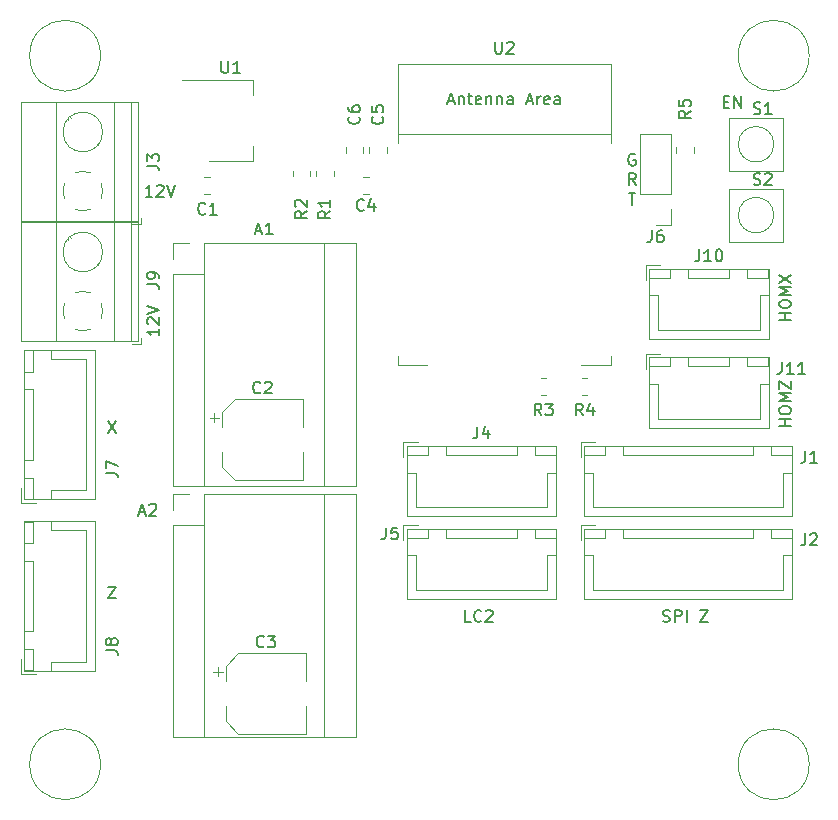
<source format=gto>
G04 #@! TF.GenerationSoftware,KiCad,Pcbnew,(5.1.9)-1*
G04 #@! TF.CreationDate,2022-01-22T14:39:00-06:00*
G04 #@! TF.ProjectId,MuscleRoller,4d757363-6c65-4526-9f6c-6c65722e6b69,rev?*
G04 #@! TF.SameCoordinates,Original*
G04 #@! TF.FileFunction,Legend,Top*
G04 #@! TF.FilePolarity,Positive*
%FSLAX46Y46*%
G04 Gerber Fmt 4.6, Leading zero omitted, Abs format (unit mm)*
G04 Created by KiCad (PCBNEW (5.1.9)-1) date 2022-01-22 14:39:00*
%MOMM*%
%LPD*%
G01*
G04 APERTURE LIST*
%ADD10C,0.150000*%
%ADD11C,0.120000*%
%ADD12R,1.050000X1.050000*%
%ADD13R,1.500000X0.900000*%
%ADD14R,0.900000X1.500000*%
%ADD15R,2.000000X1.500000*%
%ADD16R,2.000000X3.800000*%
%ADD17R,1.600000X1.400000*%
%ADD18O,1.700000X1.950000*%
%ADD19C,2.600000*%
%ADD20R,2.600000X2.600000*%
%ADD21O,1.950000X1.700000*%
%ADD22O,1.700000X1.700000*%
%ADD23R,1.700000X1.700000*%
%ADD24O,1.600000X1.600000*%
%ADD25R,1.600000X1.600000*%
G04 APERTURE END LIST*
D10*
X160761904Y-94850000D02*
X160666666Y-94802380D01*
X160523809Y-94802380D01*
X160380952Y-94850000D01*
X160285714Y-94945238D01*
X160238095Y-95040476D01*
X160190476Y-95230952D01*
X160190476Y-95373809D01*
X160238095Y-95564285D01*
X160285714Y-95659523D01*
X160380952Y-95754761D01*
X160523809Y-95802380D01*
X160619047Y-95802380D01*
X160761904Y-95754761D01*
X160809523Y-95707142D01*
X160809523Y-95373809D01*
X160619047Y-95373809D01*
X160809523Y-97452380D02*
X160476190Y-96976190D01*
X160238095Y-97452380D02*
X160238095Y-96452380D01*
X160619047Y-96452380D01*
X160714285Y-96500000D01*
X160761904Y-96547619D01*
X160809523Y-96642857D01*
X160809523Y-96785714D01*
X160761904Y-96880952D01*
X160714285Y-96928571D01*
X160619047Y-96976190D01*
X160238095Y-96976190D01*
X160214285Y-98102380D02*
X160785714Y-98102380D01*
X160500000Y-99102380D02*
X160500000Y-98102380D01*
X146833333Y-134452380D02*
X146357142Y-134452380D01*
X146357142Y-133452380D01*
X147738095Y-134357142D02*
X147690476Y-134404761D01*
X147547619Y-134452380D01*
X147452380Y-134452380D01*
X147309523Y-134404761D01*
X147214285Y-134309523D01*
X147166666Y-134214285D01*
X147119047Y-134023809D01*
X147119047Y-133880952D01*
X147166666Y-133690476D01*
X147214285Y-133595238D01*
X147309523Y-133500000D01*
X147452380Y-133452380D01*
X147547619Y-133452380D01*
X147690476Y-133500000D01*
X147738095Y-133547619D01*
X148119047Y-133547619D02*
X148166666Y-133500000D01*
X148261904Y-133452380D01*
X148500000Y-133452380D01*
X148595238Y-133500000D01*
X148642857Y-133547619D01*
X148690476Y-133642857D01*
X148690476Y-133738095D01*
X148642857Y-133880952D01*
X148071428Y-134452380D01*
X148690476Y-134452380D01*
X163119047Y-134404761D02*
X163261904Y-134452380D01*
X163500000Y-134452380D01*
X163595238Y-134404761D01*
X163642857Y-134357142D01*
X163690476Y-134261904D01*
X163690476Y-134166666D01*
X163642857Y-134071428D01*
X163595238Y-134023809D01*
X163500000Y-133976190D01*
X163309523Y-133928571D01*
X163214285Y-133880952D01*
X163166666Y-133833333D01*
X163119047Y-133738095D01*
X163119047Y-133642857D01*
X163166666Y-133547619D01*
X163214285Y-133500000D01*
X163309523Y-133452380D01*
X163547619Y-133452380D01*
X163690476Y-133500000D01*
X164119047Y-134452380D02*
X164119047Y-133452380D01*
X164500000Y-133452380D01*
X164595238Y-133500000D01*
X164642857Y-133547619D01*
X164690476Y-133642857D01*
X164690476Y-133785714D01*
X164642857Y-133880952D01*
X164595238Y-133928571D01*
X164500000Y-133976190D01*
X164119047Y-133976190D01*
X165119047Y-134452380D02*
X165119047Y-133452380D01*
X166261904Y-133452380D02*
X166928571Y-133452380D01*
X166261904Y-134452380D01*
X166928571Y-134452380D01*
X173952380Y-117857142D02*
X172952380Y-117857142D01*
X173428571Y-117857142D02*
X173428571Y-117285714D01*
X173952380Y-117285714D02*
X172952380Y-117285714D01*
X172952380Y-116619047D02*
X172952380Y-116428571D01*
X173000000Y-116333333D01*
X173095238Y-116238095D01*
X173285714Y-116190476D01*
X173619047Y-116190476D01*
X173809523Y-116238095D01*
X173904761Y-116333333D01*
X173952380Y-116428571D01*
X173952380Y-116619047D01*
X173904761Y-116714285D01*
X173809523Y-116809523D01*
X173619047Y-116857142D01*
X173285714Y-116857142D01*
X173095238Y-116809523D01*
X173000000Y-116714285D01*
X172952380Y-116619047D01*
X173952380Y-115761904D02*
X172952380Y-115761904D01*
X173666666Y-115428571D01*
X172952380Y-115095238D01*
X173952380Y-115095238D01*
X172952380Y-114714285D02*
X172952380Y-114047619D01*
X173952380Y-114714285D01*
X173952380Y-114047619D01*
X173952380Y-108857142D02*
X172952380Y-108857142D01*
X173428571Y-108857142D02*
X173428571Y-108285714D01*
X173952380Y-108285714D02*
X172952380Y-108285714D01*
X172952380Y-107619047D02*
X172952380Y-107428571D01*
X173000000Y-107333333D01*
X173095238Y-107238095D01*
X173285714Y-107190476D01*
X173619047Y-107190476D01*
X173809523Y-107238095D01*
X173904761Y-107333333D01*
X173952380Y-107428571D01*
X173952380Y-107619047D01*
X173904761Y-107714285D01*
X173809523Y-107809523D01*
X173619047Y-107857142D01*
X173285714Y-107857142D01*
X173095238Y-107809523D01*
X173000000Y-107714285D01*
X172952380Y-107619047D01*
X173952380Y-106761904D02*
X172952380Y-106761904D01*
X173666666Y-106428571D01*
X172952380Y-106095238D01*
X173952380Y-106095238D01*
X172952380Y-105714285D02*
X173952380Y-105047619D01*
X172952380Y-105047619D02*
X173952380Y-105714285D01*
X168261904Y-90428571D02*
X168595238Y-90428571D01*
X168738095Y-90952380D02*
X168261904Y-90952380D01*
X168261904Y-89952380D01*
X168738095Y-89952380D01*
X169166666Y-90952380D02*
X169166666Y-89952380D01*
X169738095Y-90952380D01*
X169738095Y-89952380D01*
X120452380Y-109619047D02*
X120452380Y-110190476D01*
X120452380Y-109904761D02*
X119452380Y-109904761D01*
X119595238Y-110000000D01*
X119690476Y-110095238D01*
X119738095Y-110190476D01*
X119547619Y-109238095D02*
X119500000Y-109190476D01*
X119452380Y-109095238D01*
X119452380Y-108857142D01*
X119500000Y-108761904D01*
X119547619Y-108714285D01*
X119642857Y-108666666D01*
X119738095Y-108666666D01*
X119880952Y-108714285D01*
X120452380Y-109285714D01*
X120452380Y-108666666D01*
X119452380Y-108380952D02*
X120452380Y-108047619D01*
X119452380Y-107714285D01*
X119880952Y-98452380D02*
X119309523Y-98452380D01*
X119595238Y-98452380D02*
X119595238Y-97452380D01*
X119500000Y-97595238D01*
X119404761Y-97690476D01*
X119309523Y-97738095D01*
X120261904Y-97547619D02*
X120309523Y-97500000D01*
X120404761Y-97452380D01*
X120642857Y-97452380D01*
X120738095Y-97500000D01*
X120785714Y-97547619D01*
X120833333Y-97642857D01*
X120833333Y-97738095D01*
X120785714Y-97880952D01*
X120214285Y-98452380D01*
X120833333Y-98452380D01*
X121119047Y-97452380D02*
X121452380Y-98452380D01*
X121785714Y-97452380D01*
X116166666Y-131452380D02*
X116833333Y-131452380D01*
X116166666Y-132452380D01*
X116833333Y-132452380D01*
X116166666Y-117452380D02*
X116833333Y-118452380D01*
X116833333Y-117452380D02*
X116166666Y-118452380D01*
D11*
X175500000Y-146500000D02*
G75*
G03*
X175500000Y-146500000I-3000000J0D01*
G01*
X115500000Y-146500000D02*
G75*
G03*
X115500000Y-146500000I-3000000J0D01*
G01*
X115500000Y-86500000D02*
G75*
G03*
X115500000Y-86500000I-3000000J0D01*
G01*
X175500000Y-86500000D02*
G75*
G03*
X175500000Y-86500000I-3000000J0D01*
G01*
X157930000Y-112670000D02*
X156180000Y-112670000D01*
X141430000Y-112670000D02*
X143180000Y-112670000D01*
X140680000Y-87170000D02*
X158680000Y-87170000D01*
X158680000Y-93110000D02*
X140680000Y-93110000D01*
X158680000Y-111920000D02*
X158680000Y-112670000D01*
X158680000Y-112670000D02*
X157930000Y-112670000D01*
X140680000Y-111920000D02*
X140680000Y-112670000D01*
X140680000Y-112670000D02*
X141430000Y-112670000D01*
X158680000Y-87170000D02*
X158680000Y-93920000D01*
X140680000Y-87170000D02*
X140680000Y-93920000D01*
X122400000Y-88590000D02*
X128410000Y-88590000D01*
X124650000Y-95410000D02*
X128410000Y-95410000D01*
X128410000Y-88590000D02*
X128410000Y-89850000D01*
X128410000Y-95410000D02*
X128410000Y-94150000D01*
X172500000Y-100000000D02*
G75*
G03*
X172500000Y-100000000I-1500000J0D01*
G01*
X168750000Y-102250000D02*
X168750000Y-97750000D01*
X173250000Y-102250000D02*
X168750000Y-102250000D01*
X173250000Y-97750000D02*
X173250000Y-102250000D01*
X168750000Y-97750000D02*
X173250000Y-97750000D01*
X172500000Y-94000000D02*
G75*
G03*
X172500000Y-94000000I-1500000J0D01*
G01*
X168750000Y-96250000D02*
X168750000Y-91750000D01*
X173250000Y-96250000D02*
X168750000Y-96250000D01*
X173250000Y-91750000D02*
X173250000Y-96250000D01*
X168750000Y-91750000D02*
X173250000Y-91750000D01*
X164265000Y-94272936D02*
X164265000Y-94727064D01*
X165735000Y-94272936D02*
X165735000Y-94727064D01*
X156272936Y-115235000D02*
X156727064Y-115235000D01*
X156272936Y-113765000D02*
X156727064Y-113765000D01*
X152772936Y-115235000D02*
X153227064Y-115235000D01*
X152772936Y-113765000D02*
X153227064Y-113765000D01*
X135235000Y-96727064D02*
X135235000Y-96272936D01*
X133765000Y-96727064D02*
X133765000Y-96272936D01*
X131765000Y-96272936D02*
X131765000Y-96727064D01*
X133235000Y-96272936D02*
X133235000Y-96727064D01*
X161650000Y-111750000D02*
X161650000Y-113000000D01*
X162900000Y-111750000D02*
X161650000Y-111750000D01*
X171300000Y-117250000D02*
X167000000Y-117250000D01*
X171300000Y-114300000D02*
X171300000Y-117250000D01*
X172050000Y-114300000D02*
X171300000Y-114300000D01*
X162700000Y-117250000D02*
X167000000Y-117250000D01*
X162700000Y-114300000D02*
X162700000Y-117250000D01*
X161950000Y-114300000D02*
X162700000Y-114300000D01*
X172050000Y-112050000D02*
X170250000Y-112050000D01*
X172050000Y-112800000D02*
X172050000Y-112050000D01*
X170250000Y-112800000D02*
X172050000Y-112800000D01*
X170250000Y-112050000D02*
X170250000Y-112800000D01*
X163750000Y-112050000D02*
X161950000Y-112050000D01*
X163750000Y-112800000D02*
X163750000Y-112050000D01*
X161950000Y-112800000D02*
X163750000Y-112800000D01*
X161950000Y-112050000D02*
X161950000Y-112800000D01*
X168750000Y-112050000D02*
X165250000Y-112050000D01*
X168750000Y-112800000D02*
X168750000Y-112050000D01*
X165250000Y-112800000D02*
X168750000Y-112800000D01*
X165250000Y-112050000D02*
X165250000Y-112800000D01*
X172060000Y-112040000D02*
X161940000Y-112040000D01*
X172060000Y-118010000D02*
X172060000Y-112040000D01*
X161940000Y-118010000D02*
X172060000Y-118010000D01*
X161940000Y-112040000D02*
X161940000Y-118010000D01*
X161650000Y-104250000D02*
X161650000Y-105500000D01*
X162900000Y-104250000D02*
X161650000Y-104250000D01*
X171300000Y-109750000D02*
X167000000Y-109750000D01*
X171300000Y-106800000D02*
X171300000Y-109750000D01*
X172050000Y-106800000D02*
X171300000Y-106800000D01*
X162700000Y-109750000D02*
X167000000Y-109750000D01*
X162700000Y-106800000D02*
X162700000Y-109750000D01*
X161950000Y-106800000D02*
X162700000Y-106800000D01*
X172050000Y-104550000D02*
X170250000Y-104550000D01*
X172050000Y-105300000D02*
X172050000Y-104550000D01*
X170250000Y-105300000D02*
X172050000Y-105300000D01*
X170250000Y-104550000D02*
X170250000Y-105300000D01*
X163750000Y-104550000D02*
X161950000Y-104550000D01*
X163750000Y-105300000D02*
X163750000Y-104550000D01*
X161950000Y-105300000D02*
X163750000Y-105300000D01*
X161950000Y-104550000D02*
X161950000Y-105300000D01*
X168750000Y-104550000D02*
X165250000Y-104550000D01*
X168750000Y-105300000D02*
X168750000Y-104550000D01*
X165250000Y-105300000D02*
X168750000Y-105300000D01*
X165250000Y-104550000D02*
X165250000Y-105300000D01*
X172060000Y-104540000D02*
X161940000Y-104540000D01*
X172060000Y-110510000D02*
X172060000Y-104540000D01*
X161940000Y-110510000D02*
X172060000Y-110510000D01*
X161940000Y-104540000D02*
X161940000Y-110510000D01*
X118900000Y-110924000D02*
X118900000Y-110424000D01*
X118160000Y-110924000D02*
X118900000Y-110924000D01*
X115023000Y-104351000D02*
X115069000Y-104398000D01*
X112725000Y-102054000D02*
X112761000Y-102089000D01*
X115239000Y-104158000D02*
X115274000Y-104193000D01*
X112931000Y-101849000D02*
X112977000Y-101896000D01*
X108739000Y-100564000D02*
X118660000Y-100564000D01*
X108739000Y-110684000D02*
X118660000Y-110684000D01*
X118660000Y-110684000D02*
X118660000Y-100564000D01*
X108739000Y-110684000D02*
X108739000Y-100564000D01*
X111699000Y-110684000D02*
X111699000Y-100564000D01*
X116600000Y-110684000D02*
X116600000Y-100564000D01*
X118100000Y-110684000D02*
X118100000Y-100564000D01*
X115680000Y-103124000D02*
G75*
G03*
X115680000Y-103124000I-1680000J0D01*
G01*
X115680253Y-108095195D02*
G75*
G02*
X115535000Y-108808000I-1680253J-28805D01*
G01*
X114683042Y-109659426D02*
G75*
G02*
X113316000Y-109659000I-683042J1535426D01*
G01*
X112464574Y-108807042D02*
G75*
G02*
X112465000Y-107440000I1535426J683042D01*
G01*
X113316958Y-106588574D02*
G75*
G02*
X114684000Y-106589000I683042J-1535426D01*
G01*
X115534756Y-107440682D02*
G75*
G02*
X115680000Y-108124000I-1534756J-683318D01*
G01*
X108750000Y-138850000D02*
X110000000Y-138850000D01*
X108750000Y-137600000D02*
X108750000Y-138850000D01*
X114250000Y-126700000D02*
X114250000Y-132250000D01*
X111300000Y-126700000D02*
X114250000Y-126700000D01*
X111300000Y-125950000D02*
X111300000Y-126700000D01*
X114250000Y-137800000D02*
X114250000Y-132250000D01*
X111300000Y-137800000D02*
X114250000Y-137800000D01*
X111300000Y-138550000D02*
X111300000Y-137800000D01*
X109050000Y-125950000D02*
X109050000Y-127750000D01*
X109800000Y-125950000D02*
X109050000Y-125950000D01*
X109800000Y-127750000D02*
X109800000Y-125950000D01*
X109050000Y-127750000D02*
X109800000Y-127750000D01*
X109050000Y-136750000D02*
X109050000Y-138550000D01*
X109800000Y-136750000D02*
X109050000Y-136750000D01*
X109800000Y-138550000D02*
X109800000Y-136750000D01*
X109050000Y-138550000D02*
X109800000Y-138550000D01*
X109050000Y-129250000D02*
X109050000Y-135250000D01*
X109800000Y-129250000D02*
X109050000Y-129250000D01*
X109800000Y-135250000D02*
X109800000Y-129250000D01*
X109050000Y-135250000D02*
X109800000Y-135250000D01*
X109040000Y-125940000D02*
X109040000Y-138560000D01*
X115010000Y-125940000D02*
X109040000Y-125940000D01*
X115010000Y-138560000D02*
X115010000Y-125940000D01*
X109040000Y-138560000D02*
X115010000Y-138560000D01*
X108750000Y-124350000D02*
X110000000Y-124350000D01*
X108750000Y-123100000D02*
X108750000Y-124350000D01*
X114250000Y-112200000D02*
X114250000Y-117750000D01*
X111300000Y-112200000D02*
X114250000Y-112200000D01*
X111300000Y-111450000D02*
X111300000Y-112200000D01*
X114250000Y-123300000D02*
X114250000Y-117750000D01*
X111300000Y-123300000D02*
X114250000Y-123300000D01*
X111300000Y-124050000D02*
X111300000Y-123300000D01*
X109050000Y-111450000D02*
X109050000Y-113250000D01*
X109800000Y-111450000D02*
X109050000Y-111450000D01*
X109800000Y-113250000D02*
X109800000Y-111450000D01*
X109050000Y-113250000D02*
X109800000Y-113250000D01*
X109050000Y-122250000D02*
X109050000Y-124050000D01*
X109800000Y-122250000D02*
X109050000Y-122250000D01*
X109800000Y-124050000D02*
X109800000Y-122250000D01*
X109050000Y-124050000D02*
X109800000Y-124050000D01*
X109050000Y-114750000D02*
X109050000Y-120750000D01*
X109800000Y-114750000D02*
X109050000Y-114750000D01*
X109800000Y-120750000D02*
X109800000Y-114750000D01*
X109050000Y-120750000D02*
X109800000Y-120750000D01*
X109040000Y-111440000D02*
X109040000Y-124060000D01*
X115010000Y-111440000D02*
X109040000Y-111440000D01*
X115010000Y-124060000D02*
X115010000Y-111440000D01*
X109040000Y-124060000D02*
X115010000Y-124060000D01*
X163830000Y-100830000D02*
X162500000Y-100830000D01*
X163830000Y-99500000D02*
X163830000Y-100830000D01*
X163830000Y-98230000D02*
X161170000Y-98230000D01*
X161170000Y-98230000D02*
X161170000Y-93090000D01*
X163830000Y-98230000D02*
X163830000Y-93090000D01*
X163830000Y-93090000D02*
X161170000Y-93090000D01*
X141150000Y-126250000D02*
X141150000Y-127500000D01*
X142400000Y-126250000D02*
X141150000Y-126250000D01*
X153300000Y-131750000D02*
X147750000Y-131750000D01*
X153300000Y-128800000D02*
X153300000Y-131750000D01*
X154050000Y-128800000D02*
X153300000Y-128800000D01*
X142200000Y-131750000D02*
X147750000Y-131750000D01*
X142200000Y-128800000D02*
X142200000Y-131750000D01*
X141450000Y-128800000D02*
X142200000Y-128800000D01*
X154050000Y-126550000D02*
X152250000Y-126550000D01*
X154050000Y-127300000D02*
X154050000Y-126550000D01*
X152250000Y-127300000D02*
X154050000Y-127300000D01*
X152250000Y-126550000D02*
X152250000Y-127300000D01*
X143250000Y-126550000D02*
X141450000Y-126550000D01*
X143250000Y-127300000D02*
X143250000Y-126550000D01*
X141450000Y-127300000D02*
X143250000Y-127300000D01*
X141450000Y-126550000D02*
X141450000Y-127300000D01*
X150750000Y-126550000D02*
X144750000Y-126550000D01*
X150750000Y-127300000D02*
X150750000Y-126550000D01*
X144750000Y-127300000D02*
X150750000Y-127300000D01*
X144750000Y-126550000D02*
X144750000Y-127300000D01*
X154060000Y-126540000D02*
X141440000Y-126540000D01*
X154060000Y-132510000D02*
X154060000Y-126540000D01*
X141440000Y-132510000D02*
X154060000Y-132510000D01*
X141440000Y-126540000D02*
X141440000Y-132510000D01*
X141150000Y-119250000D02*
X141150000Y-120500000D01*
X142400000Y-119250000D02*
X141150000Y-119250000D01*
X153300000Y-124750000D02*
X147750000Y-124750000D01*
X153300000Y-121800000D02*
X153300000Y-124750000D01*
X154050000Y-121800000D02*
X153300000Y-121800000D01*
X142200000Y-124750000D02*
X147750000Y-124750000D01*
X142200000Y-121800000D02*
X142200000Y-124750000D01*
X141450000Y-121800000D02*
X142200000Y-121800000D01*
X154050000Y-119550000D02*
X152250000Y-119550000D01*
X154050000Y-120300000D02*
X154050000Y-119550000D01*
X152250000Y-120300000D02*
X154050000Y-120300000D01*
X152250000Y-119550000D02*
X152250000Y-120300000D01*
X143250000Y-119550000D02*
X141450000Y-119550000D01*
X143250000Y-120300000D02*
X143250000Y-119550000D01*
X141450000Y-120300000D02*
X143250000Y-120300000D01*
X141450000Y-119550000D02*
X141450000Y-120300000D01*
X150750000Y-119550000D02*
X144750000Y-119550000D01*
X150750000Y-120300000D02*
X150750000Y-119550000D01*
X144750000Y-120300000D02*
X150750000Y-120300000D01*
X144750000Y-119550000D02*
X144750000Y-120300000D01*
X154060000Y-119540000D02*
X141440000Y-119540000D01*
X154060000Y-125510000D02*
X154060000Y-119540000D01*
X141440000Y-125510000D02*
X154060000Y-125510000D01*
X141440000Y-119540000D02*
X141440000Y-125510000D01*
X118900000Y-100764000D02*
X118900000Y-100264000D01*
X118160000Y-100764000D02*
X118900000Y-100764000D01*
X115023000Y-94191000D02*
X115069000Y-94238000D01*
X112725000Y-91894000D02*
X112761000Y-91929000D01*
X115239000Y-93998000D02*
X115274000Y-94033000D01*
X112931000Y-91689000D02*
X112977000Y-91736000D01*
X108739000Y-90404000D02*
X118660000Y-90404000D01*
X108739000Y-100524000D02*
X118660000Y-100524000D01*
X118660000Y-100524000D02*
X118660000Y-90404000D01*
X108739000Y-100524000D02*
X108739000Y-90404000D01*
X111699000Y-100524000D02*
X111699000Y-90404000D01*
X116600000Y-100524000D02*
X116600000Y-90404000D01*
X118100000Y-100524000D02*
X118100000Y-90404000D01*
X115680000Y-92964000D02*
G75*
G03*
X115680000Y-92964000I-1680000J0D01*
G01*
X115680253Y-97935195D02*
G75*
G02*
X115535000Y-98648000I-1680253J-28805D01*
G01*
X114683042Y-99499426D02*
G75*
G02*
X113316000Y-99499000I-683042J1535426D01*
G01*
X112464574Y-98647042D02*
G75*
G02*
X112465000Y-97280000I1535426J683042D01*
G01*
X113316958Y-96428574D02*
G75*
G02*
X114684000Y-96429000I683042J-1535426D01*
G01*
X115534756Y-97280682D02*
G75*
G02*
X115680000Y-97964000I-1534756J-683318D01*
G01*
X156150000Y-126250000D02*
X156150000Y-127500000D01*
X157400000Y-126250000D02*
X156150000Y-126250000D01*
X173300000Y-131750000D02*
X165250000Y-131750000D01*
X173300000Y-128800000D02*
X173300000Y-131750000D01*
X174050000Y-128800000D02*
X173300000Y-128800000D01*
X157200000Y-131750000D02*
X165250000Y-131750000D01*
X157200000Y-128800000D02*
X157200000Y-131750000D01*
X156450000Y-128800000D02*
X157200000Y-128800000D01*
X174050000Y-126550000D02*
X172250000Y-126550000D01*
X174050000Y-127300000D02*
X174050000Y-126550000D01*
X172250000Y-127300000D02*
X174050000Y-127300000D01*
X172250000Y-126550000D02*
X172250000Y-127300000D01*
X158250000Y-126550000D02*
X156450000Y-126550000D01*
X158250000Y-127300000D02*
X158250000Y-126550000D01*
X156450000Y-127300000D02*
X158250000Y-127300000D01*
X156450000Y-126550000D02*
X156450000Y-127300000D01*
X170750000Y-126550000D02*
X159750000Y-126550000D01*
X170750000Y-127300000D02*
X170750000Y-126550000D01*
X159750000Y-127300000D02*
X170750000Y-127300000D01*
X159750000Y-126550000D02*
X159750000Y-127300000D01*
X174060000Y-126540000D02*
X156440000Y-126540000D01*
X174060000Y-132510000D02*
X174060000Y-126540000D01*
X156440000Y-132510000D02*
X174060000Y-132510000D01*
X156440000Y-126540000D02*
X156440000Y-132510000D01*
X156150000Y-119250000D02*
X156150000Y-120500000D01*
X157400000Y-119250000D02*
X156150000Y-119250000D01*
X173300000Y-124750000D02*
X165250000Y-124750000D01*
X173300000Y-121800000D02*
X173300000Y-124750000D01*
X174050000Y-121800000D02*
X173300000Y-121800000D01*
X157200000Y-124750000D02*
X165250000Y-124750000D01*
X157200000Y-121800000D02*
X157200000Y-124750000D01*
X156450000Y-121800000D02*
X157200000Y-121800000D01*
X174050000Y-119550000D02*
X172250000Y-119550000D01*
X174050000Y-120300000D02*
X174050000Y-119550000D01*
X172250000Y-120300000D02*
X174050000Y-120300000D01*
X172250000Y-119550000D02*
X172250000Y-120300000D01*
X158250000Y-119550000D02*
X156450000Y-119550000D01*
X158250000Y-120300000D02*
X158250000Y-119550000D01*
X156450000Y-120300000D02*
X158250000Y-120300000D01*
X156450000Y-119550000D02*
X156450000Y-120300000D01*
X170750000Y-119550000D02*
X159750000Y-119550000D01*
X170750000Y-120300000D02*
X170750000Y-119550000D01*
X159750000Y-120300000D02*
X170750000Y-120300000D01*
X159750000Y-119550000D02*
X159750000Y-120300000D01*
X174060000Y-119540000D02*
X156440000Y-119540000D01*
X174060000Y-125510000D02*
X174060000Y-119540000D01*
X156440000Y-125510000D02*
X174060000Y-125510000D01*
X156440000Y-119540000D02*
X156440000Y-125510000D01*
X137735000Y-94723752D02*
X137735000Y-94201248D01*
X136265000Y-94723752D02*
X136265000Y-94201248D01*
X139735000Y-94723752D02*
X139735000Y-94201248D01*
X138265000Y-94723752D02*
X138265000Y-94201248D01*
X138223752Y-96765000D02*
X137701248Y-96765000D01*
X138223752Y-98235000D02*
X137701248Y-98235000D01*
X125456250Y-138258750D02*
X125456250Y-139046250D01*
X125062500Y-138652500D02*
X125850000Y-138652500D01*
X126090000Y-142845563D02*
X127154437Y-143910000D01*
X126090000Y-138154437D02*
X127154437Y-137090000D01*
X126090000Y-138154437D02*
X126090000Y-139440000D01*
X126090000Y-142845563D02*
X126090000Y-141560000D01*
X127154437Y-143910000D02*
X132910000Y-143910000D01*
X127154437Y-137090000D02*
X132910000Y-137090000D01*
X132910000Y-137090000D02*
X132910000Y-139440000D01*
X132910000Y-143910000D02*
X132910000Y-141560000D01*
X125148250Y-116758750D02*
X125148250Y-117546250D01*
X124754500Y-117152500D02*
X125542000Y-117152500D01*
X125782000Y-121345563D02*
X126846437Y-122410000D01*
X125782000Y-116654437D02*
X126846437Y-115590000D01*
X125782000Y-116654437D02*
X125782000Y-117940000D01*
X125782000Y-121345563D02*
X125782000Y-120060000D01*
X126846437Y-122410000D02*
X132602000Y-122410000D01*
X126846437Y-115590000D02*
X132602000Y-115590000D01*
X132602000Y-115590000D02*
X132602000Y-117940000D01*
X132602000Y-122410000D02*
X132602000Y-120060000D01*
X124276248Y-98235000D02*
X124798752Y-98235000D01*
X124276248Y-96765000D02*
X124798752Y-96765000D01*
X137100000Y-123600000D02*
X124270000Y-123600000D01*
X137100000Y-144180000D02*
X137100000Y-123600000D01*
X121600000Y-144180000D02*
X137100000Y-144180000D01*
X121600000Y-126270000D02*
X121600000Y-144180000D01*
X124270000Y-126270000D02*
X121600000Y-126270000D01*
X124270000Y-123600000D02*
X124270000Y-126270000D01*
X121600000Y-123600000D02*
X121600000Y-125000000D01*
X123000000Y-123600000D02*
X121600000Y-123600000D01*
X124270000Y-126270000D02*
X124270000Y-144180000D01*
X134430000Y-123600000D02*
X134430000Y-144180000D01*
X137100000Y-102320000D02*
X124270000Y-102320000D01*
X137100000Y-122900000D02*
X137100000Y-102320000D01*
X121600000Y-122900000D02*
X137100000Y-122900000D01*
X121600000Y-104990000D02*
X121600000Y-122900000D01*
X124270000Y-104990000D02*
X121600000Y-104990000D01*
X124270000Y-102320000D02*
X124270000Y-104990000D01*
X121600000Y-102320000D02*
X121600000Y-103720000D01*
X123000000Y-102320000D02*
X121600000Y-102320000D01*
X124270000Y-104990000D02*
X124270000Y-122900000D01*
X134430000Y-102320000D02*
X134430000Y-122900000D01*
D10*
X148918095Y-85322380D02*
X148918095Y-86131904D01*
X148965714Y-86227142D01*
X149013333Y-86274761D01*
X149108571Y-86322380D01*
X149299047Y-86322380D01*
X149394285Y-86274761D01*
X149441904Y-86227142D01*
X149489523Y-86131904D01*
X149489523Y-85322380D01*
X149918095Y-85417619D02*
X149965714Y-85370000D01*
X150060952Y-85322380D01*
X150299047Y-85322380D01*
X150394285Y-85370000D01*
X150441904Y-85417619D01*
X150489523Y-85512857D01*
X150489523Y-85608095D01*
X150441904Y-85750952D01*
X149870476Y-86322380D01*
X150489523Y-86322380D01*
X144918095Y-90336666D02*
X145394285Y-90336666D01*
X144822857Y-90622380D02*
X145156190Y-89622380D01*
X145489523Y-90622380D01*
X145822857Y-89955714D02*
X145822857Y-90622380D01*
X145822857Y-90050952D02*
X145870476Y-90003333D01*
X145965714Y-89955714D01*
X146108571Y-89955714D01*
X146203809Y-90003333D01*
X146251428Y-90098571D01*
X146251428Y-90622380D01*
X146584761Y-89955714D02*
X146965714Y-89955714D01*
X146727619Y-89622380D02*
X146727619Y-90479523D01*
X146775238Y-90574761D01*
X146870476Y-90622380D01*
X146965714Y-90622380D01*
X147680000Y-90574761D02*
X147584761Y-90622380D01*
X147394285Y-90622380D01*
X147299047Y-90574761D01*
X147251428Y-90479523D01*
X147251428Y-90098571D01*
X147299047Y-90003333D01*
X147394285Y-89955714D01*
X147584761Y-89955714D01*
X147680000Y-90003333D01*
X147727619Y-90098571D01*
X147727619Y-90193809D01*
X147251428Y-90289047D01*
X148156190Y-89955714D02*
X148156190Y-90622380D01*
X148156190Y-90050952D02*
X148203809Y-90003333D01*
X148299047Y-89955714D01*
X148441904Y-89955714D01*
X148537142Y-90003333D01*
X148584761Y-90098571D01*
X148584761Y-90622380D01*
X149060952Y-89955714D02*
X149060952Y-90622380D01*
X149060952Y-90050952D02*
X149108571Y-90003333D01*
X149203809Y-89955714D01*
X149346666Y-89955714D01*
X149441904Y-90003333D01*
X149489523Y-90098571D01*
X149489523Y-90622380D01*
X150394285Y-90622380D02*
X150394285Y-90098571D01*
X150346666Y-90003333D01*
X150251428Y-89955714D01*
X150060952Y-89955714D01*
X149965714Y-90003333D01*
X150394285Y-90574761D02*
X150299047Y-90622380D01*
X150060952Y-90622380D01*
X149965714Y-90574761D01*
X149918095Y-90479523D01*
X149918095Y-90384285D01*
X149965714Y-90289047D01*
X150060952Y-90241428D01*
X150299047Y-90241428D01*
X150394285Y-90193809D01*
X151584761Y-90336666D02*
X152060952Y-90336666D01*
X151489523Y-90622380D02*
X151822857Y-89622380D01*
X152156190Y-90622380D01*
X152489523Y-90622380D02*
X152489523Y-89955714D01*
X152489523Y-90146190D02*
X152537142Y-90050952D01*
X152584761Y-90003333D01*
X152680000Y-89955714D01*
X152775238Y-89955714D01*
X153489523Y-90574761D02*
X153394285Y-90622380D01*
X153203809Y-90622380D01*
X153108571Y-90574761D01*
X153060952Y-90479523D01*
X153060952Y-90098571D01*
X153108571Y-90003333D01*
X153203809Y-89955714D01*
X153394285Y-89955714D01*
X153489523Y-90003333D01*
X153537142Y-90098571D01*
X153537142Y-90193809D01*
X153060952Y-90289047D01*
X154394285Y-90622380D02*
X154394285Y-90098571D01*
X154346666Y-90003333D01*
X154251428Y-89955714D01*
X154060952Y-89955714D01*
X153965714Y-90003333D01*
X154394285Y-90574761D02*
X154299047Y-90622380D01*
X154060952Y-90622380D01*
X153965714Y-90574761D01*
X153918095Y-90479523D01*
X153918095Y-90384285D01*
X153965714Y-90289047D01*
X154060952Y-90241428D01*
X154299047Y-90241428D01*
X154394285Y-90193809D01*
X125738095Y-86952380D02*
X125738095Y-87761904D01*
X125785714Y-87857142D01*
X125833333Y-87904761D01*
X125928571Y-87952380D01*
X126119047Y-87952380D01*
X126214285Y-87904761D01*
X126261904Y-87857142D01*
X126309523Y-87761904D01*
X126309523Y-86952380D01*
X127309523Y-87952380D02*
X126738095Y-87952380D01*
X127023809Y-87952380D02*
X127023809Y-86952380D01*
X126928571Y-87095238D01*
X126833333Y-87190476D01*
X126738095Y-87238095D01*
X170788095Y-97404761D02*
X170930952Y-97452380D01*
X171169047Y-97452380D01*
X171264285Y-97404761D01*
X171311904Y-97357142D01*
X171359523Y-97261904D01*
X171359523Y-97166666D01*
X171311904Y-97071428D01*
X171264285Y-97023809D01*
X171169047Y-96976190D01*
X170978571Y-96928571D01*
X170883333Y-96880952D01*
X170835714Y-96833333D01*
X170788095Y-96738095D01*
X170788095Y-96642857D01*
X170835714Y-96547619D01*
X170883333Y-96500000D01*
X170978571Y-96452380D01*
X171216666Y-96452380D01*
X171359523Y-96500000D01*
X171740476Y-96547619D02*
X171788095Y-96500000D01*
X171883333Y-96452380D01*
X172121428Y-96452380D01*
X172216666Y-96500000D01*
X172264285Y-96547619D01*
X172311904Y-96642857D01*
X172311904Y-96738095D01*
X172264285Y-96880952D01*
X171692857Y-97452380D01*
X172311904Y-97452380D01*
X170788095Y-91404761D02*
X170930952Y-91452380D01*
X171169047Y-91452380D01*
X171264285Y-91404761D01*
X171311904Y-91357142D01*
X171359523Y-91261904D01*
X171359523Y-91166666D01*
X171311904Y-91071428D01*
X171264285Y-91023809D01*
X171169047Y-90976190D01*
X170978571Y-90928571D01*
X170883333Y-90880952D01*
X170835714Y-90833333D01*
X170788095Y-90738095D01*
X170788095Y-90642857D01*
X170835714Y-90547619D01*
X170883333Y-90500000D01*
X170978571Y-90452380D01*
X171216666Y-90452380D01*
X171359523Y-90500000D01*
X172311904Y-91452380D02*
X171740476Y-91452380D01*
X172026190Y-91452380D02*
X172026190Y-90452380D01*
X171930952Y-90595238D01*
X171835714Y-90690476D01*
X171740476Y-90738095D01*
X165452380Y-91166666D02*
X164976190Y-91500000D01*
X165452380Y-91738095D02*
X164452380Y-91738095D01*
X164452380Y-91357142D01*
X164500000Y-91261904D01*
X164547619Y-91214285D01*
X164642857Y-91166666D01*
X164785714Y-91166666D01*
X164880952Y-91214285D01*
X164928571Y-91261904D01*
X164976190Y-91357142D01*
X164976190Y-91738095D01*
X164452380Y-90261904D02*
X164452380Y-90738095D01*
X164928571Y-90785714D01*
X164880952Y-90738095D01*
X164833333Y-90642857D01*
X164833333Y-90404761D01*
X164880952Y-90309523D01*
X164928571Y-90261904D01*
X165023809Y-90214285D01*
X165261904Y-90214285D01*
X165357142Y-90261904D01*
X165404761Y-90309523D01*
X165452380Y-90404761D01*
X165452380Y-90642857D01*
X165404761Y-90738095D01*
X165357142Y-90785714D01*
X156333333Y-116952380D02*
X156000000Y-116476190D01*
X155761904Y-116952380D02*
X155761904Y-115952380D01*
X156142857Y-115952380D01*
X156238095Y-116000000D01*
X156285714Y-116047619D01*
X156333333Y-116142857D01*
X156333333Y-116285714D01*
X156285714Y-116380952D01*
X156238095Y-116428571D01*
X156142857Y-116476190D01*
X155761904Y-116476190D01*
X157190476Y-116285714D02*
X157190476Y-116952380D01*
X156952380Y-115904761D02*
X156714285Y-116619047D01*
X157333333Y-116619047D01*
X152833333Y-116952380D02*
X152500000Y-116476190D01*
X152261904Y-116952380D02*
X152261904Y-115952380D01*
X152642857Y-115952380D01*
X152738095Y-116000000D01*
X152785714Y-116047619D01*
X152833333Y-116142857D01*
X152833333Y-116285714D01*
X152785714Y-116380952D01*
X152738095Y-116428571D01*
X152642857Y-116476190D01*
X152261904Y-116476190D01*
X153166666Y-115952380D02*
X153785714Y-115952380D01*
X153452380Y-116333333D01*
X153595238Y-116333333D01*
X153690476Y-116380952D01*
X153738095Y-116428571D01*
X153785714Y-116523809D01*
X153785714Y-116761904D01*
X153738095Y-116857142D01*
X153690476Y-116904761D01*
X153595238Y-116952380D01*
X153309523Y-116952380D01*
X153214285Y-116904761D01*
X153166666Y-116857142D01*
X132952380Y-99666666D02*
X132476190Y-100000000D01*
X132952380Y-100238095D02*
X131952380Y-100238095D01*
X131952380Y-99857142D01*
X132000000Y-99761904D01*
X132047619Y-99714285D01*
X132142857Y-99666666D01*
X132285714Y-99666666D01*
X132380952Y-99714285D01*
X132428571Y-99761904D01*
X132476190Y-99857142D01*
X132476190Y-100238095D01*
X132047619Y-99285714D02*
X132000000Y-99238095D01*
X131952380Y-99142857D01*
X131952380Y-98904761D01*
X132000000Y-98809523D01*
X132047619Y-98761904D01*
X132142857Y-98714285D01*
X132238095Y-98714285D01*
X132380952Y-98761904D01*
X132952380Y-99333333D01*
X132952380Y-98714285D01*
X134952380Y-99666666D02*
X134476190Y-100000000D01*
X134952380Y-100238095D02*
X133952380Y-100238095D01*
X133952380Y-99857142D01*
X134000000Y-99761904D01*
X134047619Y-99714285D01*
X134142857Y-99666666D01*
X134285714Y-99666666D01*
X134380952Y-99714285D01*
X134428571Y-99761904D01*
X134476190Y-99857142D01*
X134476190Y-100238095D01*
X134952380Y-98714285D02*
X134952380Y-99285714D01*
X134952380Y-99000000D02*
X133952380Y-99000000D01*
X134095238Y-99095238D01*
X134190476Y-99190476D01*
X134238095Y-99285714D01*
X173190476Y-112452380D02*
X173190476Y-113166666D01*
X173142857Y-113309523D01*
X173047619Y-113404761D01*
X172904761Y-113452380D01*
X172809523Y-113452380D01*
X174190476Y-113452380D02*
X173619047Y-113452380D01*
X173904761Y-113452380D02*
X173904761Y-112452380D01*
X173809523Y-112595238D01*
X173714285Y-112690476D01*
X173619047Y-112738095D01*
X175142857Y-113452380D02*
X174571428Y-113452380D01*
X174857142Y-113452380D02*
X174857142Y-112452380D01*
X174761904Y-112595238D01*
X174666666Y-112690476D01*
X174571428Y-112738095D01*
X166190476Y-102902380D02*
X166190476Y-103616666D01*
X166142857Y-103759523D01*
X166047619Y-103854761D01*
X165904761Y-103902380D01*
X165809523Y-103902380D01*
X167190476Y-103902380D02*
X166619047Y-103902380D01*
X166904761Y-103902380D02*
X166904761Y-102902380D01*
X166809523Y-103045238D01*
X166714285Y-103140476D01*
X166619047Y-103188095D01*
X167809523Y-102902380D02*
X167904761Y-102902380D01*
X168000000Y-102950000D01*
X168047619Y-102997619D01*
X168095238Y-103092857D01*
X168142857Y-103283333D01*
X168142857Y-103521428D01*
X168095238Y-103711904D01*
X168047619Y-103807142D01*
X168000000Y-103854761D01*
X167904761Y-103902380D01*
X167809523Y-103902380D01*
X167714285Y-103854761D01*
X167666666Y-103807142D01*
X167619047Y-103711904D01*
X167571428Y-103521428D01*
X167571428Y-103283333D01*
X167619047Y-103092857D01*
X167666666Y-102997619D01*
X167714285Y-102950000D01*
X167809523Y-102902380D01*
X119452380Y-105833333D02*
X120166666Y-105833333D01*
X120309523Y-105880952D01*
X120404761Y-105976190D01*
X120452380Y-106119047D01*
X120452380Y-106214285D01*
X120452380Y-105309523D02*
X120452380Y-105119047D01*
X120404761Y-105023809D01*
X120357142Y-104976190D01*
X120214285Y-104880952D01*
X120023809Y-104833333D01*
X119642857Y-104833333D01*
X119547619Y-104880952D01*
X119500000Y-104928571D01*
X119452380Y-105023809D01*
X119452380Y-105214285D01*
X119500000Y-105309523D01*
X119547619Y-105357142D01*
X119642857Y-105404761D01*
X119880952Y-105404761D01*
X119976190Y-105357142D01*
X120023809Y-105309523D01*
X120071428Y-105214285D01*
X120071428Y-105023809D01*
X120023809Y-104928571D01*
X119976190Y-104880952D01*
X119880952Y-104833333D01*
X115952380Y-136833333D02*
X116666666Y-136833333D01*
X116809523Y-136880952D01*
X116904761Y-136976190D01*
X116952380Y-137119047D01*
X116952380Y-137214285D01*
X116380952Y-136214285D02*
X116333333Y-136309523D01*
X116285714Y-136357142D01*
X116190476Y-136404761D01*
X116142857Y-136404761D01*
X116047619Y-136357142D01*
X116000000Y-136309523D01*
X115952380Y-136214285D01*
X115952380Y-136023809D01*
X116000000Y-135928571D01*
X116047619Y-135880952D01*
X116142857Y-135833333D01*
X116190476Y-135833333D01*
X116285714Y-135880952D01*
X116333333Y-135928571D01*
X116380952Y-136023809D01*
X116380952Y-136214285D01*
X116428571Y-136309523D01*
X116476190Y-136357142D01*
X116571428Y-136404761D01*
X116761904Y-136404761D01*
X116857142Y-136357142D01*
X116904761Y-136309523D01*
X116952380Y-136214285D01*
X116952380Y-136023809D01*
X116904761Y-135928571D01*
X116857142Y-135880952D01*
X116761904Y-135833333D01*
X116571428Y-135833333D01*
X116476190Y-135880952D01*
X116428571Y-135928571D01*
X116380952Y-136023809D01*
X115952380Y-121833333D02*
X116666666Y-121833333D01*
X116809523Y-121880952D01*
X116904761Y-121976190D01*
X116952380Y-122119047D01*
X116952380Y-122214285D01*
X115952380Y-121452380D02*
X115952380Y-120785714D01*
X116952380Y-121214285D01*
X162166666Y-101282380D02*
X162166666Y-101996666D01*
X162119047Y-102139523D01*
X162023809Y-102234761D01*
X161880952Y-102282380D01*
X161785714Y-102282380D01*
X163071428Y-101282380D02*
X162880952Y-101282380D01*
X162785714Y-101330000D01*
X162738095Y-101377619D01*
X162642857Y-101520476D01*
X162595238Y-101710952D01*
X162595238Y-102091904D01*
X162642857Y-102187142D01*
X162690476Y-102234761D01*
X162785714Y-102282380D01*
X162976190Y-102282380D01*
X163071428Y-102234761D01*
X163119047Y-102187142D01*
X163166666Y-102091904D01*
X163166666Y-101853809D01*
X163119047Y-101758571D01*
X163071428Y-101710952D01*
X162976190Y-101663333D01*
X162785714Y-101663333D01*
X162690476Y-101710952D01*
X162642857Y-101758571D01*
X162595238Y-101853809D01*
X139666666Y-126452380D02*
X139666666Y-127166666D01*
X139619047Y-127309523D01*
X139523809Y-127404761D01*
X139380952Y-127452380D01*
X139285714Y-127452380D01*
X140619047Y-126452380D02*
X140142857Y-126452380D01*
X140095238Y-126928571D01*
X140142857Y-126880952D01*
X140238095Y-126833333D01*
X140476190Y-126833333D01*
X140571428Y-126880952D01*
X140619047Y-126928571D01*
X140666666Y-127023809D01*
X140666666Y-127261904D01*
X140619047Y-127357142D01*
X140571428Y-127404761D01*
X140476190Y-127452380D01*
X140238095Y-127452380D01*
X140142857Y-127404761D01*
X140095238Y-127357142D01*
X147416666Y-117902380D02*
X147416666Y-118616666D01*
X147369047Y-118759523D01*
X147273809Y-118854761D01*
X147130952Y-118902380D01*
X147035714Y-118902380D01*
X148321428Y-118235714D02*
X148321428Y-118902380D01*
X148083333Y-117854761D02*
X147845238Y-118569047D01*
X148464285Y-118569047D01*
X119452380Y-95833333D02*
X120166666Y-95833333D01*
X120309523Y-95880952D01*
X120404761Y-95976190D01*
X120452380Y-96119047D01*
X120452380Y-96214285D01*
X119452380Y-95452380D02*
X119452380Y-94833333D01*
X119833333Y-95166666D01*
X119833333Y-95023809D01*
X119880952Y-94928571D01*
X119928571Y-94880952D01*
X120023809Y-94833333D01*
X120261904Y-94833333D01*
X120357142Y-94880952D01*
X120404761Y-94928571D01*
X120452380Y-95023809D01*
X120452380Y-95309523D01*
X120404761Y-95404761D01*
X120357142Y-95452380D01*
X175166666Y-126952380D02*
X175166666Y-127666666D01*
X175119047Y-127809523D01*
X175023809Y-127904761D01*
X174880952Y-127952380D01*
X174785714Y-127952380D01*
X175595238Y-127047619D02*
X175642857Y-127000000D01*
X175738095Y-126952380D01*
X175976190Y-126952380D01*
X176071428Y-127000000D01*
X176119047Y-127047619D01*
X176166666Y-127142857D01*
X176166666Y-127238095D01*
X176119047Y-127380952D01*
X175547619Y-127952380D01*
X176166666Y-127952380D01*
X175166666Y-119952380D02*
X175166666Y-120666666D01*
X175119047Y-120809523D01*
X175023809Y-120904761D01*
X174880952Y-120952380D01*
X174785714Y-120952380D01*
X176166666Y-120952380D02*
X175595238Y-120952380D01*
X175880952Y-120952380D02*
X175880952Y-119952380D01*
X175785714Y-120095238D01*
X175690476Y-120190476D01*
X175595238Y-120238095D01*
X137357142Y-91666666D02*
X137404761Y-91714285D01*
X137452380Y-91857142D01*
X137452380Y-91952380D01*
X137404761Y-92095238D01*
X137309523Y-92190476D01*
X137214285Y-92238095D01*
X137023809Y-92285714D01*
X136880952Y-92285714D01*
X136690476Y-92238095D01*
X136595238Y-92190476D01*
X136500000Y-92095238D01*
X136452380Y-91952380D01*
X136452380Y-91857142D01*
X136500000Y-91714285D01*
X136547619Y-91666666D01*
X136452380Y-90809523D02*
X136452380Y-91000000D01*
X136500000Y-91095238D01*
X136547619Y-91142857D01*
X136690476Y-91238095D01*
X136880952Y-91285714D01*
X137261904Y-91285714D01*
X137357142Y-91238095D01*
X137404761Y-91190476D01*
X137452380Y-91095238D01*
X137452380Y-90904761D01*
X137404761Y-90809523D01*
X137357142Y-90761904D01*
X137261904Y-90714285D01*
X137023809Y-90714285D01*
X136928571Y-90761904D01*
X136880952Y-90809523D01*
X136833333Y-90904761D01*
X136833333Y-91095238D01*
X136880952Y-91190476D01*
X136928571Y-91238095D01*
X137023809Y-91285714D01*
X139357142Y-91666666D02*
X139404761Y-91714285D01*
X139452380Y-91857142D01*
X139452380Y-91952380D01*
X139404761Y-92095238D01*
X139309523Y-92190476D01*
X139214285Y-92238095D01*
X139023809Y-92285714D01*
X138880952Y-92285714D01*
X138690476Y-92238095D01*
X138595238Y-92190476D01*
X138500000Y-92095238D01*
X138452380Y-91952380D01*
X138452380Y-91857142D01*
X138500000Y-91714285D01*
X138547619Y-91666666D01*
X138452380Y-90761904D02*
X138452380Y-91238095D01*
X138928571Y-91285714D01*
X138880952Y-91238095D01*
X138833333Y-91142857D01*
X138833333Y-90904761D01*
X138880952Y-90809523D01*
X138928571Y-90761904D01*
X139023809Y-90714285D01*
X139261904Y-90714285D01*
X139357142Y-90761904D01*
X139404761Y-90809523D01*
X139452380Y-90904761D01*
X139452380Y-91142857D01*
X139404761Y-91238095D01*
X139357142Y-91285714D01*
X137795833Y-99537142D02*
X137748214Y-99584761D01*
X137605357Y-99632380D01*
X137510119Y-99632380D01*
X137367261Y-99584761D01*
X137272023Y-99489523D01*
X137224404Y-99394285D01*
X137176785Y-99203809D01*
X137176785Y-99060952D01*
X137224404Y-98870476D01*
X137272023Y-98775238D01*
X137367261Y-98680000D01*
X137510119Y-98632380D01*
X137605357Y-98632380D01*
X137748214Y-98680000D01*
X137795833Y-98727619D01*
X138652976Y-98965714D02*
X138652976Y-99632380D01*
X138414880Y-98584761D02*
X138176785Y-99299047D01*
X138795833Y-99299047D01*
X129333333Y-136507142D02*
X129285714Y-136554761D01*
X129142857Y-136602380D01*
X129047619Y-136602380D01*
X128904761Y-136554761D01*
X128809523Y-136459523D01*
X128761904Y-136364285D01*
X128714285Y-136173809D01*
X128714285Y-136030952D01*
X128761904Y-135840476D01*
X128809523Y-135745238D01*
X128904761Y-135650000D01*
X129047619Y-135602380D01*
X129142857Y-135602380D01*
X129285714Y-135650000D01*
X129333333Y-135697619D01*
X129666666Y-135602380D02*
X130285714Y-135602380D01*
X129952380Y-135983333D01*
X130095238Y-135983333D01*
X130190476Y-136030952D01*
X130238095Y-136078571D01*
X130285714Y-136173809D01*
X130285714Y-136411904D01*
X130238095Y-136507142D01*
X130190476Y-136554761D01*
X130095238Y-136602380D01*
X129809523Y-136602380D01*
X129714285Y-136554761D01*
X129666666Y-136507142D01*
X129025333Y-115007142D02*
X128977714Y-115054761D01*
X128834857Y-115102380D01*
X128739619Y-115102380D01*
X128596761Y-115054761D01*
X128501523Y-114959523D01*
X128453904Y-114864285D01*
X128406285Y-114673809D01*
X128406285Y-114530952D01*
X128453904Y-114340476D01*
X128501523Y-114245238D01*
X128596761Y-114150000D01*
X128739619Y-114102380D01*
X128834857Y-114102380D01*
X128977714Y-114150000D01*
X129025333Y-114197619D01*
X129406285Y-114197619D02*
X129453904Y-114150000D01*
X129549142Y-114102380D01*
X129787238Y-114102380D01*
X129882476Y-114150000D01*
X129930095Y-114197619D01*
X129977714Y-114292857D01*
X129977714Y-114388095D01*
X129930095Y-114530952D01*
X129358666Y-115102380D01*
X129977714Y-115102380D01*
X124370833Y-99857142D02*
X124323214Y-99904761D01*
X124180357Y-99952380D01*
X124085119Y-99952380D01*
X123942261Y-99904761D01*
X123847023Y-99809523D01*
X123799404Y-99714285D01*
X123751785Y-99523809D01*
X123751785Y-99380952D01*
X123799404Y-99190476D01*
X123847023Y-99095238D01*
X123942261Y-99000000D01*
X124085119Y-98952380D01*
X124180357Y-98952380D01*
X124323214Y-99000000D01*
X124370833Y-99047619D01*
X125323214Y-99952380D02*
X124751785Y-99952380D01*
X125037500Y-99952380D02*
X125037500Y-98952380D01*
X124942261Y-99095238D01*
X124847023Y-99190476D01*
X124751785Y-99238095D01*
X118785714Y-125166666D02*
X119261904Y-125166666D01*
X118690476Y-125452380D02*
X119023809Y-124452380D01*
X119357142Y-125452380D01*
X119642857Y-124547619D02*
X119690476Y-124500000D01*
X119785714Y-124452380D01*
X120023809Y-124452380D01*
X120119047Y-124500000D01*
X120166666Y-124547619D01*
X120214285Y-124642857D01*
X120214285Y-124738095D01*
X120166666Y-124880952D01*
X119595238Y-125452380D01*
X120214285Y-125452380D01*
X128635714Y-101346666D02*
X129111904Y-101346666D01*
X128540476Y-101632380D02*
X128873809Y-100632380D01*
X129207142Y-101632380D01*
X130064285Y-101632380D02*
X129492857Y-101632380D01*
X129778571Y-101632380D02*
X129778571Y-100632380D01*
X129683333Y-100775238D01*
X129588095Y-100870476D01*
X129492857Y-100918095D01*
%LPC*%
D12*
X147475000Y-100475000D03*
X149000000Y-100475000D03*
X150525000Y-100475000D03*
X150525000Y-103525000D03*
X149000000Y-103525000D03*
X147475000Y-103525000D03*
X147475000Y-102000000D03*
X150525000Y-102000000D03*
X149000000Y-102000000D03*
D13*
X158430000Y-94660000D03*
X158430000Y-95930000D03*
X158430000Y-97200000D03*
X158430000Y-98470000D03*
X158430000Y-99740000D03*
X158430000Y-101010000D03*
X158430000Y-102280000D03*
X158430000Y-103550000D03*
X158430000Y-104820000D03*
X158430000Y-106090000D03*
X158430000Y-107360000D03*
X158430000Y-108630000D03*
X158430000Y-109900000D03*
X158430000Y-111170000D03*
D14*
X155390000Y-112420000D03*
X154120000Y-112420000D03*
X152850000Y-112420000D03*
X151580000Y-112420000D03*
X150310000Y-112420000D03*
X149040000Y-112420000D03*
X147770000Y-112420000D03*
X146500000Y-112420000D03*
X145230000Y-112420000D03*
X143960000Y-112420000D03*
D13*
X140930000Y-94660000D03*
X140930000Y-95930000D03*
X140930000Y-97200000D03*
X140930000Y-98470000D03*
X140930000Y-99740000D03*
X140930000Y-101010000D03*
X140930000Y-102280000D03*
X140930000Y-103550000D03*
X140930000Y-104820000D03*
X140930000Y-106090000D03*
X140930000Y-107360000D03*
X140930000Y-108630000D03*
X140930000Y-109900000D03*
X140930000Y-111170000D03*
D15*
X123350000Y-89700000D03*
X123350000Y-94300000D03*
X123350000Y-92000000D03*
D16*
X129650000Y-92000000D03*
D17*
X167400000Y-101500000D03*
X174600000Y-101500000D03*
X174600000Y-98500000D03*
X167400000Y-98500000D03*
X167400000Y-95500000D03*
X174600000Y-95500000D03*
X174600000Y-92500000D03*
X167400000Y-92500000D03*
G36*
G01*
X164549999Y-94900000D02*
X165450001Y-94900000D01*
G75*
G02*
X165700000Y-95149999I0J-249999D01*
G01*
X165700000Y-95850001D01*
G75*
G02*
X165450001Y-96100000I-249999J0D01*
G01*
X164549999Y-96100000D01*
G75*
G02*
X164300000Y-95850001I0J249999D01*
G01*
X164300000Y-95149999D01*
G75*
G02*
X164549999Y-94900000I249999J0D01*
G01*
G37*
G36*
G01*
X164549999Y-92900000D02*
X165450001Y-92900000D01*
G75*
G02*
X165700000Y-93149999I0J-249999D01*
G01*
X165700000Y-93850001D01*
G75*
G02*
X165450001Y-94100000I-249999J0D01*
G01*
X164549999Y-94100000D01*
G75*
G02*
X164300000Y-93850001I0J249999D01*
G01*
X164300000Y-93149999D01*
G75*
G02*
X164549999Y-92900000I249999J0D01*
G01*
G37*
G36*
G01*
X156900000Y-114950001D02*
X156900000Y-114049999D01*
G75*
G02*
X157149999Y-113800000I249999J0D01*
G01*
X157850001Y-113800000D01*
G75*
G02*
X158100000Y-114049999I0J-249999D01*
G01*
X158100000Y-114950001D01*
G75*
G02*
X157850001Y-115200000I-249999J0D01*
G01*
X157149999Y-115200000D01*
G75*
G02*
X156900000Y-114950001I0J249999D01*
G01*
G37*
G36*
G01*
X154900000Y-114950001D02*
X154900000Y-114049999D01*
G75*
G02*
X155149999Y-113800000I249999J0D01*
G01*
X155850001Y-113800000D01*
G75*
G02*
X156100000Y-114049999I0J-249999D01*
G01*
X156100000Y-114950001D01*
G75*
G02*
X155850001Y-115200000I-249999J0D01*
G01*
X155149999Y-115200000D01*
G75*
G02*
X154900000Y-114950001I0J249999D01*
G01*
G37*
G36*
G01*
X153400000Y-114950001D02*
X153400000Y-114049999D01*
G75*
G02*
X153649999Y-113800000I249999J0D01*
G01*
X154350001Y-113800000D01*
G75*
G02*
X154600000Y-114049999I0J-249999D01*
G01*
X154600000Y-114950001D01*
G75*
G02*
X154350001Y-115200000I-249999J0D01*
G01*
X153649999Y-115200000D01*
G75*
G02*
X153400000Y-114950001I0J249999D01*
G01*
G37*
G36*
G01*
X151400000Y-114950001D02*
X151400000Y-114049999D01*
G75*
G02*
X151649999Y-113800000I249999J0D01*
G01*
X152350001Y-113800000D01*
G75*
G02*
X152600000Y-114049999I0J-249999D01*
G01*
X152600000Y-114950001D01*
G75*
G02*
X152350001Y-115200000I-249999J0D01*
G01*
X151649999Y-115200000D01*
G75*
G02*
X151400000Y-114950001I0J249999D01*
G01*
G37*
G36*
G01*
X134950001Y-96100000D02*
X134049999Y-96100000D01*
G75*
G02*
X133800000Y-95850001I0J249999D01*
G01*
X133800000Y-95149999D01*
G75*
G02*
X134049999Y-94900000I249999J0D01*
G01*
X134950001Y-94900000D01*
G75*
G02*
X135200000Y-95149999I0J-249999D01*
G01*
X135200000Y-95850001D01*
G75*
G02*
X134950001Y-96100000I-249999J0D01*
G01*
G37*
G36*
G01*
X134950001Y-98100000D02*
X134049999Y-98100000D01*
G75*
G02*
X133800000Y-97850001I0J249999D01*
G01*
X133800000Y-97149999D01*
G75*
G02*
X134049999Y-96900000I249999J0D01*
G01*
X134950001Y-96900000D01*
G75*
G02*
X135200000Y-97149999I0J-249999D01*
G01*
X135200000Y-97850001D01*
G75*
G02*
X134950001Y-98100000I-249999J0D01*
G01*
G37*
G36*
G01*
X132049999Y-96900000D02*
X132950001Y-96900000D01*
G75*
G02*
X133200000Y-97149999I0J-249999D01*
G01*
X133200000Y-97850001D01*
G75*
G02*
X132950001Y-98100000I-249999J0D01*
G01*
X132049999Y-98100000D01*
G75*
G02*
X131800000Y-97850001I0J249999D01*
G01*
X131800000Y-97149999D01*
G75*
G02*
X132049999Y-96900000I249999J0D01*
G01*
G37*
G36*
G01*
X132049999Y-94900000D02*
X132950001Y-94900000D01*
G75*
G02*
X133200000Y-95149999I0J-249999D01*
G01*
X133200000Y-95850001D01*
G75*
G02*
X132950001Y-96100000I-249999J0D01*
G01*
X132049999Y-96100000D01*
G75*
G02*
X131800000Y-95850001I0J249999D01*
G01*
X131800000Y-95149999D01*
G75*
G02*
X132049999Y-94900000I249999J0D01*
G01*
G37*
D18*
X169500000Y-114500000D03*
X167000000Y-114500000D03*
G36*
G01*
X163650000Y-115225000D02*
X163650000Y-113775000D01*
G75*
G02*
X163900000Y-113525000I250000J0D01*
G01*
X165100000Y-113525000D01*
G75*
G02*
X165350000Y-113775000I0J-250000D01*
G01*
X165350000Y-115225000D01*
G75*
G02*
X165100000Y-115475000I-250000J0D01*
G01*
X163900000Y-115475000D01*
G75*
G02*
X163650000Y-115225000I0J250000D01*
G01*
G37*
X169500000Y-107000000D03*
X167000000Y-107000000D03*
G36*
G01*
X163650000Y-107725000D02*
X163650000Y-106275000D01*
G75*
G02*
X163900000Y-106025000I250000J0D01*
G01*
X165100000Y-106025000D01*
G75*
G02*
X165350000Y-106275000I0J-250000D01*
G01*
X165350000Y-107725000D01*
G75*
G02*
X165100000Y-107975000I-250000J0D01*
G01*
X163900000Y-107975000D01*
G75*
G02*
X163650000Y-107725000I0J250000D01*
G01*
G37*
D19*
X114000000Y-103124000D03*
D20*
X114000000Y-108124000D03*
D21*
X111500000Y-128500000D03*
X111500000Y-131000000D03*
X111500000Y-133500000D03*
G36*
G01*
X112225000Y-136850000D02*
X110775000Y-136850000D01*
G75*
G02*
X110525000Y-136600000I0J250000D01*
G01*
X110525000Y-135400000D01*
G75*
G02*
X110775000Y-135150000I250000J0D01*
G01*
X112225000Y-135150000D01*
G75*
G02*
X112475000Y-135400000I0J-250000D01*
G01*
X112475000Y-136600000D01*
G75*
G02*
X112225000Y-136850000I-250000J0D01*
G01*
G37*
X111500000Y-114000000D03*
X111500000Y-116500000D03*
X111500000Y-119000000D03*
G36*
G01*
X112225000Y-122350000D02*
X110775000Y-122350000D01*
G75*
G02*
X110525000Y-122100000I0J250000D01*
G01*
X110525000Y-120900000D01*
G75*
G02*
X110775000Y-120650000I250000J0D01*
G01*
X112225000Y-120650000D01*
G75*
G02*
X112475000Y-120900000I0J-250000D01*
G01*
X112475000Y-122100000D01*
G75*
G02*
X112225000Y-122350000I-250000J0D01*
G01*
G37*
D22*
X162500000Y-94420000D03*
X162500000Y-96960000D03*
D23*
X162500000Y-99500000D03*
D18*
X151500000Y-129000000D03*
X149000000Y-129000000D03*
X146500000Y-129000000D03*
G36*
G01*
X143150000Y-129725000D02*
X143150000Y-128275000D01*
G75*
G02*
X143400000Y-128025000I250000J0D01*
G01*
X144600000Y-128025000D01*
G75*
G02*
X144850000Y-128275000I0J-250000D01*
G01*
X144850000Y-129725000D01*
G75*
G02*
X144600000Y-129975000I-250000J0D01*
G01*
X143400000Y-129975000D01*
G75*
G02*
X143150000Y-129725000I0J250000D01*
G01*
G37*
X151500000Y-122000000D03*
X149000000Y-122000000D03*
X146500000Y-122000000D03*
G36*
G01*
X143150000Y-122725000D02*
X143150000Y-121275000D01*
G75*
G02*
X143400000Y-121025000I250000J0D01*
G01*
X144600000Y-121025000D01*
G75*
G02*
X144850000Y-121275000I0J-250000D01*
G01*
X144850000Y-122725000D01*
G75*
G02*
X144600000Y-122975000I-250000J0D01*
G01*
X143400000Y-122975000D01*
G75*
G02*
X143150000Y-122725000I0J250000D01*
G01*
G37*
D19*
X114000000Y-92964000D03*
D20*
X114000000Y-97964000D03*
D18*
X171500000Y-129000000D03*
X169000000Y-129000000D03*
X166500000Y-129000000D03*
X164000000Y-129000000D03*
X161500000Y-129000000D03*
G36*
G01*
X158150000Y-129725000D02*
X158150000Y-128275000D01*
G75*
G02*
X158400000Y-128025000I250000J0D01*
G01*
X159600000Y-128025000D01*
G75*
G02*
X159850000Y-128275000I0J-250000D01*
G01*
X159850000Y-129725000D01*
G75*
G02*
X159600000Y-129975000I-250000J0D01*
G01*
X158400000Y-129975000D01*
G75*
G02*
X158150000Y-129725000I0J250000D01*
G01*
G37*
X171500000Y-122000000D03*
X169000000Y-122000000D03*
X166500000Y-122000000D03*
X164000000Y-122000000D03*
X161500000Y-122000000D03*
G36*
G01*
X158150000Y-122725000D02*
X158150000Y-121275000D01*
G75*
G02*
X158400000Y-121025000I250000J0D01*
G01*
X159600000Y-121025000D01*
G75*
G02*
X159850000Y-121275000I0J-250000D01*
G01*
X159850000Y-122725000D01*
G75*
G02*
X159600000Y-122975000I-250000J0D01*
G01*
X158400000Y-122975000D01*
G75*
G02*
X158150000Y-122725000I0J250000D01*
G01*
G37*
G36*
G01*
X137475000Y-94012500D02*
X136525000Y-94012500D01*
G75*
G02*
X136275000Y-93762500I0J250000D01*
G01*
X136275000Y-93087500D01*
G75*
G02*
X136525000Y-92837500I250000J0D01*
G01*
X137475000Y-92837500D01*
G75*
G02*
X137725000Y-93087500I0J-250000D01*
G01*
X137725000Y-93762500D01*
G75*
G02*
X137475000Y-94012500I-250000J0D01*
G01*
G37*
G36*
G01*
X137475000Y-96087500D02*
X136525000Y-96087500D01*
G75*
G02*
X136275000Y-95837500I0J250000D01*
G01*
X136275000Y-95162500D01*
G75*
G02*
X136525000Y-94912500I250000J0D01*
G01*
X137475000Y-94912500D01*
G75*
G02*
X137725000Y-95162500I0J-250000D01*
G01*
X137725000Y-95837500D01*
G75*
G02*
X137475000Y-96087500I-250000J0D01*
G01*
G37*
G36*
G01*
X139475000Y-94012500D02*
X138525000Y-94012500D01*
G75*
G02*
X138275000Y-93762500I0J250000D01*
G01*
X138275000Y-93087500D01*
G75*
G02*
X138525000Y-92837500I250000J0D01*
G01*
X139475000Y-92837500D01*
G75*
G02*
X139725000Y-93087500I0J-250000D01*
G01*
X139725000Y-93762500D01*
G75*
G02*
X139475000Y-94012500I-250000J0D01*
G01*
G37*
G36*
G01*
X139475000Y-96087500D02*
X138525000Y-96087500D01*
G75*
G02*
X138275000Y-95837500I0J250000D01*
G01*
X138275000Y-95162500D01*
G75*
G02*
X138525000Y-94912500I250000J0D01*
G01*
X139475000Y-94912500D01*
G75*
G02*
X139725000Y-95162500I0J-250000D01*
G01*
X139725000Y-95837500D01*
G75*
G02*
X139475000Y-96087500I-250000J0D01*
G01*
G37*
G36*
G01*
X137512500Y-97025000D02*
X137512500Y-97975000D01*
G75*
G02*
X137262500Y-98225000I-250000J0D01*
G01*
X136587500Y-98225000D01*
G75*
G02*
X136337500Y-97975000I0J250000D01*
G01*
X136337500Y-97025000D01*
G75*
G02*
X136587500Y-96775000I250000J0D01*
G01*
X137262500Y-96775000D01*
G75*
G02*
X137512500Y-97025000I0J-250000D01*
G01*
G37*
G36*
G01*
X139587500Y-97025000D02*
X139587500Y-97975000D01*
G75*
G02*
X139337500Y-98225000I-250000J0D01*
G01*
X138662500Y-98225000D01*
G75*
G02*
X138412500Y-97975000I0J250000D01*
G01*
X138412500Y-97025000D01*
G75*
G02*
X138662500Y-96775000I250000J0D01*
G01*
X139337500Y-96775000D01*
G75*
G02*
X139587500Y-97025000I0J-250000D01*
G01*
G37*
G36*
G01*
X130450000Y-141050000D02*
X130450000Y-139950000D01*
G75*
G02*
X130700000Y-139700000I250000J0D01*
G01*
X133700000Y-139700000D01*
G75*
G02*
X133950000Y-139950000I0J-250000D01*
G01*
X133950000Y-141050000D01*
G75*
G02*
X133700000Y-141300000I-250000J0D01*
G01*
X130700000Y-141300000D01*
G75*
G02*
X130450000Y-141050000I0J250000D01*
G01*
G37*
G36*
G01*
X125050000Y-141050000D02*
X125050000Y-139950000D01*
G75*
G02*
X125300000Y-139700000I250000J0D01*
G01*
X128300000Y-139700000D01*
G75*
G02*
X128550000Y-139950000I0J-250000D01*
G01*
X128550000Y-141050000D01*
G75*
G02*
X128300000Y-141300000I-250000J0D01*
G01*
X125300000Y-141300000D01*
G75*
G02*
X125050000Y-141050000I0J250000D01*
G01*
G37*
G36*
G01*
X130142000Y-119550000D02*
X130142000Y-118450000D01*
G75*
G02*
X130392000Y-118200000I250000J0D01*
G01*
X133392000Y-118200000D01*
G75*
G02*
X133642000Y-118450000I0J-250000D01*
G01*
X133642000Y-119550000D01*
G75*
G02*
X133392000Y-119800000I-250000J0D01*
G01*
X130392000Y-119800000D01*
G75*
G02*
X130142000Y-119550000I0J250000D01*
G01*
G37*
G36*
G01*
X124742000Y-119550000D02*
X124742000Y-118450000D01*
G75*
G02*
X124992000Y-118200000I250000J0D01*
G01*
X127992000Y-118200000D01*
G75*
G02*
X128242000Y-118450000I0J-250000D01*
G01*
X128242000Y-119550000D01*
G75*
G02*
X127992000Y-119800000I-250000J0D01*
G01*
X124992000Y-119800000D01*
G75*
G02*
X124742000Y-119550000I0J250000D01*
G01*
G37*
G36*
G01*
X124987500Y-97975000D02*
X124987500Y-97025000D01*
G75*
G02*
X125237500Y-96775000I250000J0D01*
G01*
X125912500Y-96775000D01*
G75*
G02*
X126162500Y-97025000I0J-250000D01*
G01*
X126162500Y-97975000D01*
G75*
G02*
X125912500Y-98225000I-250000J0D01*
G01*
X125237500Y-98225000D01*
G75*
G02*
X124987500Y-97975000I0J250000D01*
G01*
G37*
G36*
G01*
X122912500Y-97975000D02*
X122912500Y-97025000D01*
G75*
G02*
X123162500Y-96775000I250000J0D01*
G01*
X123837500Y-96775000D01*
G75*
G02*
X124087500Y-97025000I0J-250000D01*
G01*
X124087500Y-97975000D01*
G75*
G02*
X123837500Y-98225000I-250000J0D01*
G01*
X123162500Y-98225000D01*
G75*
G02*
X122912500Y-97975000I0J250000D01*
G01*
G37*
D24*
X135700000Y-125000000D03*
X123000000Y-142780000D03*
X135700000Y-127540000D03*
X123000000Y-140240000D03*
X135700000Y-130080000D03*
X123000000Y-137700000D03*
X135700000Y-132620000D03*
X123000000Y-135160000D03*
X135700000Y-135160000D03*
X123000000Y-132620000D03*
X135700000Y-137700000D03*
X123000000Y-130080000D03*
X135700000Y-140240000D03*
X123000000Y-127540000D03*
X135700000Y-142780000D03*
D25*
X123000000Y-125000000D03*
D24*
X135700000Y-103720000D03*
X123000000Y-121500000D03*
X135700000Y-106260000D03*
X123000000Y-118960000D03*
X135700000Y-108800000D03*
X123000000Y-116420000D03*
X135700000Y-111340000D03*
X123000000Y-113880000D03*
X135700000Y-113880000D03*
X123000000Y-111340000D03*
X135700000Y-116420000D03*
X123000000Y-108800000D03*
X135700000Y-118960000D03*
X123000000Y-106260000D03*
X135700000Y-121500000D03*
D25*
X123000000Y-103720000D03*
M02*

</source>
